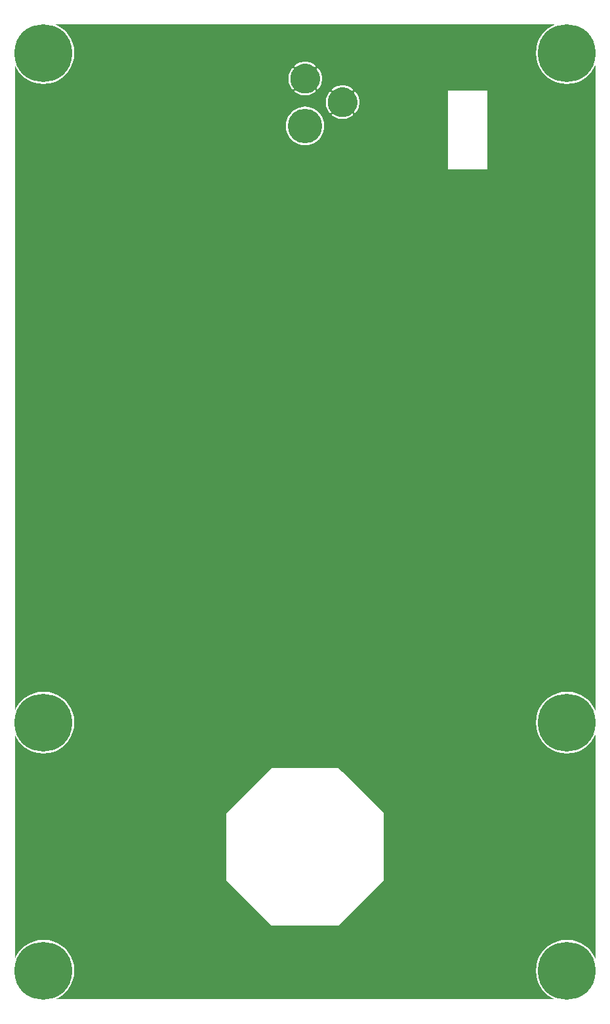
<source format=gbr>
G04 start of page 2 for group 0 idx 0 *
G04 Title: (unknown), top *
G04 Creator: pcb 4.0.2 *
G04 CreationDate: Wed Jun 16 02:35:33 2021 UTC *
G04 For: railfan *
G04 Format: Gerber/RS-274X *
G04 PCB-Dimensions (mil): 3000.00 5000.00 *
G04 PCB-Coordinate-Origin: lower left *
%MOIN*%
%FSLAX25Y25*%
%LNTOP*%
%ADD20C,0.1250*%
%ADD19C,0.1100*%
%ADD18C,0.1285*%
%ADD17C,0.0120*%
%ADD16C,0.0240*%
%ADD15C,0.1750*%
%ADD14C,0.1500*%
%ADD13C,0.2937*%
%ADD12C,0.0100*%
%ADD11C,0.0001*%
G54D11*G36*
X232500Y497500D02*X277022D01*
X275858Y497018D01*
X273753Y495728D01*
X271876Y494124D01*
X270272Y492247D01*
X268982Y490142D01*
X268038Y487862D01*
X267461Y485461D01*
X267268Y483000D01*
X267461Y480539D01*
X268038Y478138D01*
X268982Y475858D01*
X270272Y473753D01*
X271876Y471876D01*
X273753Y470272D01*
X275858Y468982D01*
X278138Y468038D01*
X280539Y467461D01*
X283000Y467268D01*
X285461Y467461D01*
X287862Y468038D01*
X290142Y468982D01*
X292247Y470272D01*
X294124Y471876D01*
X295728Y473753D01*
X297018Y475858D01*
X297500Y477022D01*
Y148978D01*
X297018Y150142D01*
X295728Y152247D01*
X294124Y154124D01*
X292247Y155728D01*
X290142Y157018D01*
X287862Y157962D01*
X285461Y158539D01*
X283000Y158732D01*
X280539Y158539D01*
X278138Y157962D01*
X275858Y157018D01*
X273753Y155728D01*
X271876Y154124D01*
X270272Y152247D01*
X268982Y150142D01*
X268038Y147862D01*
X267461Y145461D01*
X267268Y143000D01*
X267461Y140539D01*
X268038Y138138D01*
X268982Y135858D01*
X270272Y133753D01*
X271876Y131876D01*
X273753Y130272D01*
X275858Y128982D01*
X278138Y128038D01*
X280539Y127461D01*
X283000Y127268D01*
X285461Y127461D01*
X287862Y128038D01*
X290142Y128982D01*
X292247Y130272D01*
X294124Y131876D01*
X295728Y133753D01*
X297018Y135858D01*
X297500Y137022D01*
Y22978D01*
X297018Y24142D01*
X295728Y26247D01*
X294124Y28124D01*
X292247Y29728D01*
X290142Y31018D01*
X287862Y31962D01*
X285461Y32539D01*
X283000Y32732D01*
X280539Y32539D01*
X278138Y31962D01*
X275858Y31018D01*
X273753Y29728D01*
X271876Y28124D01*
X270272Y26247D01*
X268982Y24142D01*
X268038Y21862D01*
X267461Y19461D01*
X267268Y17000D01*
X267461Y14539D01*
X268038Y12138D01*
X268982Y9858D01*
X270272Y7753D01*
X271876Y5876D01*
X273753Y4272D01*
X275858Y2982D01*
X277022Y2500D01*
X232500D01*
Y424000D01*
X242500D01*
Y464000D01*
X232500D01*
Y497500D01*
G37*
G36*
X157155Y472245D02*X157319Y471638D01*
X157435Y470988D01*
X157493Y470330D01*
Y469670D01*
X157435Y469012D01*
X157319Y468362D01*
X157155Y467755D01*
Y472245D01*
G37*
G36*
X176155Y460245D02*X176319Y459638D01*
X176435Y458988D01*
X176493Y458330D01*
Y457670D01*
X176435Y457012D01*
X176319Y456362D01*
X176155Y455755D01*
Y460245D01*
G37*
G36*
Y497500D02*X232500D01*
Y464000D01*
X222500D01*
Y424000D01*
X232500D01*
Y2500D01*
X176155D01*
Y49155D01*
X190000Y63000D01*
Y97000D01*
X176155Y110845D01*
Y453396D01*
X176530Y454039D01*
X176849Y454716D01*
X177107Y455419D01*
X177303Y456142D01*
X177434Y456880D01*
X177500Y457626D01*
Y458374D01*
X177434Y459121D01*
X177303Y459858D01*
X177107Y460581D01*
X176849Y461284D01*
X176530Y461961D01*
X176155Y462604D01*
Y497500D01*
G37*
G36*
Y2500D02*X169004D01*
Y42004D01*
X176155Y49155D01*
Y2500D01*
G37*
G36*
X169004Y497500D02*X176155D01*
Y462604D01*
X176152Y462608D01*
X175719Y463219D01*
X175666Y463279D01*
X175604Y463328D01*
X175534Y463368D01*
X175460Y463396D01*
X175381Y463412D01*
X175302Y463416D01*
X175222Y463407D01*
X175145Y463386D01*
X175073Y463353D01*
X175006Y463309D01*
X174947Y463256D01*
X174897Y463193D01*
X174857Y463124D01*
X174829Y463049D01*
X174813Y462971D01*
X174809Y462891D01*
X174818Y462812D01*
X174839Y462735D01*
X174872Y462662D01*
X174917Y462596D01*
X175305Y462062D01*
X175638Y461492D01*
X175919Y460895D01*
X176147Y460275D01*
X176155Y460245D01*
Y455755D01*
X176147Y455725D01*
X175919Y455105D01*
X175638Y454508D01*
X175305Y453938D01*
X174923Y453399D01*
X174879Y453334D01*
X174846Y453263D01*
X174825Y453187D01*
X174817Y453109D01*
X174820Y453030D01*
X174836Y452953D01*
X174864Y452879D01*
X174903Y452811D01*
X174952Y452749D01*
X175010Y452696D01*
X175076Y452653D01*
X175148Y452621D01*
X175224Y452600D01*
X175302Y452591D01*
X175381Y452595D01*
X175458Y452611D01*
X175531Y452639D01*
X175600Y452678D01*
X175661Y452727D01*
X175713Y452786D01*
X176152Y453392D01*
X176155Y453396D01*
Y110845D01*
X169004Y117996D01*
Y449500D01*
X169374D01*
X170120Y449566D01*
X170858Y449697D01*
X171581Y449893D01*
X172284Y450151D01*
X172961Y450470D01*
X173608Y450848D01*
X174219Y451281D01*
X174279Y451334D01*
X174328Y451396D01*
X174368Y451466D01*
X174396Y451540D01*
X174412Y451619D01*
X174416Y451698D01*
X174407Y451778D01*
X174386Y451855D01*
X174353Y451927D01*
X174309Y451994D01*
X174256Y452053D01*
X174193Y452103D01*
X174124Y452143D01*
X174049Y452171D01*
X173971Y452187D01*
X173891Y452191D01*
X173812Y452182D01*
X173735Y452161D01*
X173662Y452128D01*
X173596Y452083D01*
X173062Y451695D01*
X172492Y451362D01*
X171895Y451081D01*
X171275Y450853D01*
X170638Y450681D01*
X169988Y450565D01*
X169330Y450507D01*
X169004D01*
Y465493D01*
X169330D01*
X169988Y465435D01*
X170638Y465319D01*
X171275Y465147D01*
X171895Y464919D01*
X172492Y464638D01*
X173062Y464305D01*
X173601Y463923D01*
X173666Y463879D01*
X173737Y463846D01*
X173813Y463825D01*
X173891Y463817D01*
X173970Y463820D01*
X174047Y463836D01*
X174121Y463864D01*
X174189Y463903D01*
X174251Y463952D01*
X174304Y464010D01*
X174347Y464076D01*
X174379Y464148D01*
X174400Y464224D01*
X174409Y464302D01*
X174405Y464381D01*
X174389Y464458D01*
X174361Y464531D01*
X174322Y464600D01*
X174273Y464661D01*
X174214Y464713D01*
X173608Y465152D01*
X172961Y465530D01*
X172284Y465849D01*
X171581Y466107D01*
X170858Y466303D01*
X170120Y466434D01*
X169374Y466500D01*
X169004D01*
Y497500D01*
G37*
G36*
Y2500D02*X157155D01*
Y40000D01*
X167000D01*
X169004Y42004D01*
Y2500D01*
G37*
G36*
X161845Y497500D02*X169004D01*
Y466500D01*
X168626D01*
X167879Y466434D01*
X167142Y466303D01*
X166419Y466107D01*
X165716Y465849D01*
X165039Y465530D01*
X164392Y465152D01*
X163781Y464719D01*
X163721Y464666D01*
X163672Y464604D01*
X163632Y464534D01*
X163604Y464460D01*
X163588Y464381D01*
X163584Y464302D01*
X163593Y464222D01*
X163614Y464145D01*
X163647Y464073D01*
X163691Y464006D01*
X163744Y463947D01*
X163807Y463897D01*
X163876Y463857D01*
X163951Y463829D01*
X164029Y463813D01*
X164109Y463809D01*
X164188Y463818D01*
X164265Y463839D01*
X164338Y463872D01*
X164404Y463917D01*
X164938Y464305D01*
X165508Y464638D01*
X166105Y464919D01*
X166725Y465147D01*
X167362Y465319D01*
X168012Y465435D01*
X168670Y465493D01*
X169004D01*
Y450507D01*
X168670D01*
X168012Y450565D01*
X167362Y450681D01*
X166725Y450853D01*
X166105Y451081D01*
X165508Y451362D01*
X164938Y451695D01*
X164399Y452077D01*
X164334Y452121D01*
X164263Y452154D01*
X164187Y452175D01*
X164109Y452183D01*
X164030Y452180D01*
X163953Y452164D01*
X163879Y452136D01*
X163811Y452097D01*
X163749Y452048D01*
X163696Y451990D01*
X163653Y451924D01*
X163621Y451852D01*
X163600Y451776D01*
X163591Y451698D01*
X163595Y451619D01*
X163611Y451542D01*
X163639Y451469D01*
X163678Y451400D01*
X163727Y451339D01*
X163786Y451287D01*
X164392Y450848D01*
X165039Y450470D01*
X165716Y450151D01*
X166419Y449893D01*
X167142Y449697D01*
X167879Y449566D01*
X168626Y449500D01*
X169004D01*
Y117996D01*
X167000Y120000D01*
X161845D01*
Y453396D01*
X161848Y453392D01*
X162281Y452781D01*
X162334Y452721D01*
X162396Y452672D01*
X162466Y452632D01*
X162540Y452604D01*
X162619Y452588D01*
X162698Y452584D01*
X162778Y452593D01*
X162855Y452614D01*
X162927Y452647D01*
X162994Y452691D01*
X163053Y452744D01*
X163103Y452807D01*
X163143Y452876D01*
X163171Y452951D01*
X163187Y453029D01*
X163191Y453109D01*
X163182Y453188D01*
X163161Y453265D01*
X163128Y453338D01*
X163083Y453404D01*
X162695Y453938D01*
X162362Y454508D01*
X162081Y455105D01*
X161853Y455725D01*
X161845Y455755D01*
Y460245D01*
X161853Y460275D01*
X162081Y460895D01*
X162362Y461492D01*
X162695Y462062D01*
X163077Y462601D01*
X163121Y462666D01*
X163154Y462737D01*
X163175Y462813D01*
X163183Y462891D01*
X163180Y462970D01*
X163164Y463047D01*
X163136Y463121D01*
X163097Y463189D01*
X163048Y463251D01*
X162990Y463304D01*
X162924Y463347D01*
X162852Y463379D01*
X162776Y463400D01*
X162698Y463409D01*
X162619Y463405D01*
X162542Y463389D01*
X162469Y463361D01*
X162400Y463322D01*
X162339Y463273D01*
X162287Y463214D01*
X161848Y462608D01*
X161845Y462604D01*
Y497500D01*
G37*
G36*
Y455755D02*X161681Y456362D01*
X161565Y457012D01*
X161507Y457670D01*
Y458330D01*
X161565Y458988D01*
X161681Y459638D01*
X161845Y460245D01*
Y455755D01*
G37*
G36*
X157155Y497500D02*X161845D01*
Y462604D01*
X161470Y461961D01*
X161151Y461284D01*
X160893Y460581D01*
X160697Y459858D01*
X160566Y459121D01*
X160500Y458374D01*
Y457626D01*
X160566Y456880D01*
X160697Y456142D01*
X160893Y455419D01*
X161151Y454716D01*
X161470Y454039D01*
X161845Y453396D01*
Y120000D01*
X157155D01*
Y439364D01*
X157912Y440251D01*
X158714Y441560D01*
X159301Y442978D01*
X159660Y444470D01*
X159750Y446000D01*
X159660Y447530D01*
X159301Y449022D01*
X158714Y450440D01*
X157912Y451749D01*
X157155Y452636D01*
Y465396D01*
X157530Y466039D01*
X157849Y466716D01*
X158107Y467419D01*
X158303Y468142D01*
X158434Y468880D01*
X158500Y469626D01*
Y470374D01*
X158434Y471121D01*
X158303Y471858D01*
X158107Y472581D01*
X157849Y473284D01*
X157530Y473961D01*
X157155Y474604D01*
Y497500D01*
G37*
G36*
Y120000D02*X150000D01*
Y436220D01*
X151530Y436340D01*
X153022Y436699D01*
X154440Y437286D01*
X155749Y438088D01*
X156916Y439084D01*
X157155Y439364D01*
Y120000D01*
G37*
G36*
Y2500D02*X150000D01*
Y40000D01*
X157155D01*
Y2500D01*
G37*
G36*
X150000Y497500D02*X157155D01*
Y474604D01*
X157152Y474608D01*
X156719Y475219D01*
X156666Y475279D01*
X156604Y475328D01*
X156534Y475368D01*
X156460Y475396D01*
X156381Y475412D01*
X156302Y475416D01*
X156222Y475407D01*
X156145Y475386D01*
X156073Y475353D01*
X156006Y475309D01*
X155947Y475256D01*
X155897Y475193D01*
X155857Y475124D01*
X155829Y475049D01*
X155813Y474971D01*
X155809Y474891D01*
X155818Y474812D01*
X155839Y474735D01*
X155872Y474662D01*
X155917Y474596D01*
X156305Y474062D01*
X156638Y473492D01*
X156919Y472895D01*
X157147Y472275D01*
X157155Y472245D01*
Y467755D01*
X157147Y467725D01*
X156919Y467105D01*
X156638Y466508D01*
X156305Y465938D01*
X155923Y465399D01*
X155879Y465334D01*
X155846Y465263D01*
X155825Y465187D01*
X155817Y465109D01*
X155820Y465030D01*
X155836Y464953D01*
X155864Y464879D01*
X155903Y464811D01*
X155952Y464749D01*
X156010Y464696D01*
X156076Y464653D01*
X156148Y464621D01*
X156224Y464600D01*
X156302Y464591D01*
X156381Y464595D01*
X156458Y464611D01*
X156531Y464639D01*
X156600Y464678D01*
X156661Y464727D01*
X156713Y464786D01*
X157152Y465392D01*
X157155Y465396D01*
Y452636D01*
X156916Y452916D01*
X155749Y453912D01*
X154440Y454714D01*
X153022Y455301D01*
X151530Y455660D01*
X150000Y455780D01*
Y461500D01*
X150374D01*
X151120Y461566D01*
X151858Y461697D01*
X152581Y461893D01*
X153284Y462151D01*
X153961Y462470D01*
X154608Y462848D01*
X155219Y463281D01*
X155279Y463334D01*
X155328Y463396D01*
X155368Y463466D01*
X155396Y463540D01*
X155412Y463619D01*
X155416Y463698D01*
X155407Y463778D01*
X155386Y463855D01*
X155353Y463927D01*
X155309Y463994D01*
X155256Y464053D01*
X155193Y464103D01*
X155124Y464143D01*
X155049Y464171D01*
X154971Y464187D01*
X154891Y464191D01*
X154812Y464182D01*
X154735Y464161D01*
X154662Y464128D01*
X154596Y464083D01*
X154062Y463695D01*
X153492Y463362D01*
X152895Y463081D01*
X152275Y462853D01*
X151638Y462681D01*
X150988Y462565D01*
X150330Y462507D01*
X150000D01*
Y477493D01*
X150330D01*
X150988Y477435D01*
X151638Y477319D01*
X152275Y477147D01*
X152895Y476919D01*
X153492Y476638D01*
X154062Y476305D01*
X154601Y475923D01*
X154666Y475879D01*
X154737Y475846D01*
X154813Y475825D01*
X154891Y475817D01*
X154970Y475820D01*
X155047Y475836D01*
X155121Y475864D01*
X155189Y475903D01*
X155251Y475952D01*
X155304Y476010D01*
X155347Y476076D01*
X155379Y476148D01*
X155400Y476224D01*
X155409Y476302D01*
X155405Y476381D01*
X155389Y476458D01*
X155361Y476531D01*
X155322Y476600D01*
X155273Y476661D01*
X155214Y476713D01*
X154608Y477152D01*
X153961Y477530D01*
X153284Y477849D01*
X152581Y478107D01*
X151858Y478303D01*
X151120Y478434D01*
X150374Y478500D01*
X150000D01*
Y497500D01*
G37*
G36*
X142845Y40000D02*X150000D01*
Y2500D01*
X142845D01*
Y40000D01*
G37*
G36*
Y439364D02*X143084Y439084D01*
X144251Y438088D01*
X145560Y437286D01*
X146978Y436699D01*
X148470Y436340D01*
X150000Y436220D01*
Y120000D01*
X142845D01*
Y439364D01*
G37*
G36*
Y497500D02*X150000D01*
Y478500D01*
X149626D01*
X148879Y478434D01*
X148142Y478303D01*
X147419Y478107D01*
X146716Y477849D01*
X146039Y477530D01*
X145392Y477152D01*
X144781Y476719D01*
X144721Y476666D01*
X144672Y476604D01*
X144632Y476534D01*
X144604Y476460D01*
X144588Y476381D01*
X144584Y476302D01*
X144593Y476222D01*
X144614Y476145D01*
X144647Y476073D01*
X144691Y476006D01*
X144744Y475947D01*
X144807Y475897D01*
X144876Y475857D01*
X144951Y475829D01*
X145029Y475813D01*
X145109Y475809D01*
X145188Y475818D01*
X145265Y475839D01*
X145338Y475872D01*
X145404Y475917D01*
X145938Y476305D01*
X146508Y476638D01*
X147105Y476919D01*
X147725Y477147D01*
X148362Y477319D01*
X149012Y477435D01*
X149670Y477493D01*
X150000D01*
Y462507D01*
X149670D01*
X149012Y462565D01*
X148362Y462681D01*
X147725Y462853D01*
X147105Y463081D01*
X146508Y463362D01*
X145938Y463695D01*
X145399Y464077D01*
X145334Y464121D01*
X145263Y464154D01*
X145187Y464175D01*
X145109Y464183D01*
X145030Y464180D01*
X144953Y464164D01*
X144879Y464136D01*
X144811Y464097D01*
X144749Y464048D01*
X144696Y463990D01*
X144653Y463924D01*
X144621Y463852D01*
X144600Y463776D01*
X144591Y463698D01*
X144595Y463619D01*
X144611Y463542D01*
X144639Y463469D01*
X144678Y463400D01*
X144727Y463339D01*
X144786Y463287D01*
X145392Y462848D01*
X146039Y462470D01*
X146716Y462151D01*
X147419Y461893D01*
X148142Y461697D01*
X148879Y461566D01*
X149626Y461500D01*
X150000D01*
Y455780D01*
X148470Y455660D01*
X146978Y455301D01*
X145560Y454714D01*
X144251Y453912D01*
X143084Y452916D01*
X142845Y452636D01*
Y465396D01*
X142848Y465392D01*
X143281Y464781D01*
X143334Y464721D01*
X143396Y464672D01*
X143466Y464632D01*
X143540Y464604D01*
X143619Y464588D01*
X143698Y464584D01*
X143778Y464593D01*
X143855Y464614D01*
X143927Y464647D01*
X143994Y464691D01*
X144053Y464744D01*
X144103Y464807D01*
X144143Y464876D01*
X144171Y464951D01*
X144187Y465029D01*
X144191Y465109D01*
X144182Y465188D01*
X144161Y465265D01*
X144128Y465338D01*
X144083Y465404D01*
X143695Y465938D01*
X143362Y466508D01*
X143081Y467105D01*
X142853Y467725D01*
X142845Y467755D01*
Y472245D01*
X142853Y472275D01*
X143081Y472895D01*
X143362Y473492D01*
X143695Y474062D01*
X144077Y474601D01*
X144121Y474666D01*
X144154Y474737D01*
X144175Y474813D01*
X144183Y474891D01*
X144180Y474970D01*
X144164Y475047D01*
X144136Y475121D01*
X144097Y475189D01*
X144048Y475251D01*
X143990Y475304D01*
X143924Y475347D01*
X143852Y475379D01*
X143776Y475400D01*
X143698Y475409D01*
X143619Y475405D01*
X143542Y475389D01*
X143469Y475361D01*
X143400Y475322D01*
X143339Y475273D01*
X143287Y475214D01*
X142848Y474608D01*
X142845Y474604D01*
Y497500D01*
G37*
G36*
Y467755D02*X142681Y468362D01*
X142565Y469012D01*
X142507Y469670D01*
Y470330D01*
X142565Y470988D01*
X142681Y471638D01*
X142845Y472245D01*
Y467755D01*
G37*
G36*
X22978Y497500D02*X142845D01*
Y474604D01*
X142470Y473961D01*
X142151Y473284D01*
X141893Y472581D01*
X141697Y471858D01*
X141566Y471121D01*
X141500Y470374D01*
Y469626D01*
X141566Y468880D01*
X141697Y468142D01*
X141893Y467419D01*
X142151Y466716D01*
X142470Y466039D01*
X142845Y465396D01*
Y452636D01*
X142088Y451749D01*
X141286Y450440D01*
X140699Y449022D01*
X140340Y447530D01*
X140220Y446000D01*
X140340Y444470D01*
X140699Y442978D01*
X141286Y441560D01*
X142088Y440251D01*
X142845Y439364D01*
Y120000D01*
X133000D01*
X110000Y97000D01*
Y63000D01*
X133000Y40000D01*
X142845D01*
Y2500D01*
X22978D01*
X24142Y2982D01*
X26247Y4272D01*
X28124Y5876D01*
X29728Y7753D01*
X31018Y9858D01*
X31962Y12138D01*
X32539Y14539D01*
X32684Y17000D01*
X32539Y19461D01*
X31962Y21862D01*
X31018Y24142D01*
X29728Y26247D01*
X28124Y28124D01*
X26247Y29728D01*
X24142Y31018D01*
X21862Y31962D01*
X19461Y32539D01*
X17000Y32732D01*
X14539Y32539D01*
X12138Y31962D01*
X9858Y31018D01*
X7753Y29728D01*
X5876Y28124D01*
X4272Y26247D01*
X2982Y24142D01*
X2500Y22978D01*
Y137022D01*
X2982Y135858D01*
X4272Y133753D01*
X5876Y131876D01*
X7753Y130272D01*
X9858Y128982D01*
X12138Y128038D01*
X14539Y127461D01*
X17000Y127268D01*
X19461Y127461D01*
X21862Y128038D01*
X24142Y128982D01*
X26247Y130272D01*
X28124Y131876D01*
X29728Y133753D01*
X31018Y135858D01*
X31962Y138138D01*
X32539Y140539D01*
X32684Y143000D01*
X32539Y145461D01*
X31962Y147862D01*
X31018Y150142D01*
X29728Y152247D01*
X28124Y154124D01*
X26247Y155728D01*
X24142Y157018D01*
X21862Y157962D01*
X19461Y158539D01*
X17000Y158732D01*
X14539Y158539D01*
X12138Y157962D01*
X9858Y157018D01*
X7753Y155728D01*
X5876Y154124D01*
X4272Y152247D01*
X2982Y150142D01*
X2500Y148978D01*
Y477022D01*
X2982Y475858D01*
X4272Y473753D01*
X5876Y471876D01*
X7753Y470272D01*
X9858Y468982D01*
X12138Y468038D01*
X14539Y467461D01*
X17000Y467268D01*
X19461Y467461D01*
X21862Y468038D01*
X24142Y468982D01*
X26247Y470272D01*
X28124Y471876D01*
X29728Y473753D01*
X31018Y475858D01*
X31962Y478138D01*
X32539Y480539D01*
X32684Y483000D01*
X32539Y485461D01*
X31962Y487862D01*
X31018Y490142D01*
X29728Y492247D01*
X28124Y494124D01*
X26247Y495728D01*
X24142Y497018D01*
X22978Y497500D01*
G37*
G54D12*X185500Y436094D02*X178000D01*
G54D13*X283000Y483000D03*
X17000Y17000D03*
X283000D03*
Y143000D03*
G54D14*X150000Y470000D03*
X169000Y458000D03*
G54D13*X17000Y483000D03*
Y143000D03*
G54D15*X150000Y446000D03*
G54D16*X109500Y394094D03*
X156000Y458500D03*
X137000Y482000D03*
G54D17*G54D18*G54D19*G54D18*G54D20*M02*

</source>
